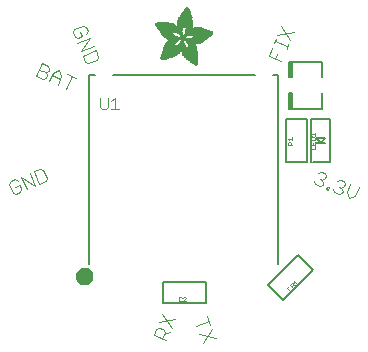
<source format=gbr>
G04 EAGLE Gerber RS-274X export*
G75*
%MOMM*%
%FSLAX34Y34*%
%LPD*%
%INSilkscreen Top*%
%IPPOS*%
%AMOC8*
5,1,8,0,0,1.08239X$1,22.5*%
G01*
%ADD10C,0.101600*%
%ADD11C,0.127000*%
%ADD12C,0.812800*%
%ADD13C,0.076200*%
%ADD14C,0.025400*%
%ADD15R,0.068600X0.007600*%
%ADD16R,0.114300X0.007600*%
%ADD17R,0.152400X0.007700*%
%ADD18R,0.182900X0.007600*%
%ADD19R,0.205700X0.007600*%
%ADD20R,0.228600X0.007600*%
%ADD21R,0.259100X0.007600*%
%ADD22R,0.274300X0.007700*%
%ADD23R,0.289500X0.007600*%
%ADD24R,0.304800X0.007600*%
%ADD25R,0.320100X0.007600*%
%ADD26R,0.342900X0.007600*%
%ADD27R,0.350500X0.007700*%
%ADD28R,0.365800X0.007600*%
%ADD29R,0.381000X0.007600*%
%ADD30R,0.388600X0.007600*%
%ADD31R,0.403800X0.007600*%
%ADD32R,0.419100X0.007700*%
%ADD33R,0.426700X0.007600*%
%ADD34R,0.441900X0.007600*%
%ADD35R,0.449600X0.007600*%
%ADD36R,0.464800X0.007600*%
%ADD37R,0.480000X0.007700*%
%ADD38R,0.487600X0.007600*%
%ADD39R,0.495300X0.007600*%
%ADD40R,0.510500X0.007600*%
%ADD41R,0.518100X0.007600*%
%ADD42R,0.525700X0.007700*%
%ADD43R,0.541000X0.007600*%
%ADD44R,0.548600X0.007600*%
%ADD45R,0.563800X0.007600*%
%ADD46R,0.571500X0.007600*%
%ADD47R,0.579100X0.007700*%
%ADD48R,0.594300X0.007600*%
%ADD49R,0.601900X0.007600*%
%ADD50R,0.609600X0.007600*%
%ADD51R,0.624800X0.007600*%
%ADD52R,0.632400X0.007700*%
%ADD53R,0.640000X0.007600*%
%ADD54R,0.655300X0.007600*%
%ADD55R,0.662900X0.007600*%
%ADD56R,0.678100X0.007600*%
%ADD57R,0.685800X0.007700*%
%ADD58R,0.693400X0.007600*%
%ADD59R,0.708600X0.007600*%
%ADD60R,0.716200X0.007600*%
%ADD61R,0.723900X0.007600*%
%ADD62R,0.739100X0.007700*%
%ADD63R,0.746700X0.007600*%
%ADD64R,0.754300X0.007600*%
%ADD65R,0.769600X0.007600*%
%ADD66R,0.777200X0.007600*%
%ADD67R,0.792400X0.007700*%
%ADD68R,0.800100X0.007600*%
%ADD69R,0.807700X0.007600*%
%ADD70R,0.822900X0.007600*%
%ADD71R,0.830500X0.007600*%
%ADD72R,0.838200X0.007700*%
%ADD73R,0.091500X0.007600*%
%ADD74R,0.853400X0.007600*%
%ADD75R,0.144700X0.007600*%
%ADD76R,0.861000X0.007600*%
%ADD77R,0.190500X0.007600*%
%ADD78R,0.876300X0.007600*%
%ADD79R,0.221000X0.007600*%
%ADD80R,0.883900X0.007600*%
%ADD81R,0.259000X0.007700*%
%ADD82R,0.891500X0.007700*%
%ADD83R,0.289600X0.007600*%
%ADD84R,0.906700X0.007600*%
%ADD85R,0.914400X0.007600*%
%ADD86R,0.350500X0.007600*%
%ADD87R,0.922000X0.007600*%
%ADD88R,0.937200X0.007600*%
%ADD89R,0.411400X0.007700*%
%ADD90R,0.944800X0.007700*%
%ADD91R,0.434300X0.007600*%
%ADD92R,0.952500X0.007600*%
%ADD93R,0.464900X0.007600*%
%ADD94R,0.967700X0.007600*%
%ADD95R,0.975300X0.007600*%
%ADD96R,0.518200X0.007600*%
%ADD97R,0.990600X0.007600*%
%ADD98R,0.548600X0.007700*%
%ADD99R,0.998200X0.007700*%
%ADD100R,1.005800X0.007600*%
%ADD101R,0.594400X0.007600*%
%ADD102R,1.021000X0.007600*%
%ADD103R,0.617200X0.007600*%
%ADD104R,1.028700X0.007600*%
%ADD105R,0.647700X0.007600*%
%ADD106R,1.036300X0.007600*%
%ADD107R,0.670500X0.007700*%
%ADD108R,1.051500X0.007700*%
%ADD109R,1.059100X0.007600*%
%ADD110R,0.716300X0.007600*%
%ADD111R,1.066800X0.007600*%
%ADD112R,0.739100X0.007600*%
%ADD113R,1.074400X0.007600*%
%ADD114R,0.762000X0.007600*%
%ADD115R,1.089600X0.007600*%
%ADD116R,0.784800X0.007700*%
%ADD117R,1.097200X0.007700*%
%ADD118R,1.104900X0.007600*%
%ADD119R,0.830600X0.007600*%
%ADD120R,1.112500X0.007600*%
%ADD121R,0.845800X0.007600*%
%ADD122R,1.120100X0.007600*%
%ADD123R,0.868700X0.007600*%
%ADD124R,1.127700X0.007600*%
%ADD125R,1.135300X0.007700*%
%ADD126R,1.143000X0.007600*%
%ADD127R,0.944900X0.007600*%
%ADD128R,1.150600X0.007600*%
%ADD129R,0.960100X0.007600*%
%ADD130R,1.158200X0.007600*%
%ADD131R,0.983000X0.007600*%
%ADD132R,1.165800X0.007600*%
%ADD133R,1.005900X0.007700*%
%ADD134R,1.173400X0.007700*%
%ADD135R,1.021100X0.007600*%
%ADD136R,1.181100X0.007600*%
%ADD137R,1.044000X0.007600*%
%ADD138R,1.188700X0.007600*%
%ADD139R,1.196300X0.007600*%
%ADD140R,1.082000X0.007600*%
%ADD141R,1.203900X0.007600*%
%ADD142R,1.104900X0.007700*%
%ADD143R,1.211500X0.007700*%
%ADD144R,1.211500X0.007600*%
%ADD145R,1.219200X0.007600*%
%ADD146R,1.226800X0.007600*%
%ADD147R,1.234400X0.007600*%
%ADD148R,1.188700X0.007700*%
%ADD149R,1.242000X0.007700*%
%ADD150R,1.242000X0.007600*%
%ADD151R,1.211600X0.007600*%
%ADD152R,1.249600X0.007600*%
%ADD153R,1.257300X0.007600*%
%ADD154R,1.264900X0.007600*%
%ADD155R,1.242100X0.007700*%
%ADD156R,1.264900X0.007700*%
%ADD157R,1.272500X0.007600*%
%ADD158R,1.265000X0.007600*%
%ADD159R,1.280100X0.007600*%
%ADD160R,1.272600X0.007600*%
%ADD161R,1.287700X0.007600*%
%ADD162R,1.287800X0.007600*%
%ADD163R,1.295400X0.007700*%
%ADD164R,1.303000X0.007600*%
%ADD165R,1.318200X0.007600*%
%ADD166R,1.310600X0.007600*%
%ADD167R,1.325900X0.007600*%
%ADD168R,1.341100X0.007700*%
%ADD169R,1.318200X0.007700*%
%ADD170R,1.341100X0.007600*%
%ADD171R,1.325800X0.007600*%
%ADD172R,1.348700X0.007600*%
%ADD173R,1.364000X0.007600*%
%ADD174R,1.333500X0.007600*%
%ADD175R,1.371600X0.007700*%
%ADD176R,1.379200X0.007600*%
%ADD177R,1.379300X0.007600*%
%ADD178R,1.386900X0.007600*%
%ADD179R,1.394500X0.007600*%
%ADD180R,1.356300X0.007600*%
%ADD181R,1.394400X0.007700*%
%ADD182R,1.356300X0.007700*%
%ADD183R,1.402000X0.007600*%
%ADD184R,1.409700X0.007600*%
%ADD185R,1.363900X0.007600*%
%ADD186R,1.417300X0.007600*%
%ADD187R,1.371600X0.007600*%
%ADD188R,1.424900X0.007700*%
%ADD189R,1.424900X0.007600*%
%ADD190R,1.432600X0.007600*%
%ADD191R,1.440200X0.007600*%
%ADD192R,1.386800X0.007600*%
%ADD193R,1.447800X0.007700*%
%ADD194R,1.386800X0.007700*%
%ADD195R,1.447800X0.007600*%
%ADD196R,1.455500X0.007600*%
%ADD197R,1.394400X0.007600*%
%ADD198R,1.463100X0.007600*%
%ADD199R,1.455400X0.007700*%
%ADD200R,1.463000X0.007600*%
%ADD201R,1.470600X0.007600*%
%ADD202R,1.470600X0.007700*%
%ADD203R,1.409700X0.007700*%
%ADD204R,1.470700X0.007600*%
%ADD205R,1.402100X0.007600*%
%ADD206R,1.478300X0.007600*%
%ADD207R,1.478300X0.007700*%
%ADD208R,1.402100X0.007700*%
%ADD209R,1.485900X0.007600*%
%ADD210R,1.485900X0.007700*%
%ADD211R,1.493500X0.007700*%
%ADD212R,1.493500X0.007600*%
%ADD213R,1.394500X0.007700*%
%ADD214R,1.493600X0.007700*%
%ADD215R,1.386900X0.007700*%
%ADD216R,1.379200X0.007700*%
%ADD217R,2.857500X0.007700*%
%ADD218R,2.857500X0.007600*%
%ADD219R,2.849900X0.007600*%
%ADD220R,2.842300X0.007600*%
%ADD221R,2.834700X0.007700*%
%ADD222R,2.827000X0.007600*%
%ADD223R,2.819400X0.007600*%
%ADD224R,2.811800X0.007600*%
%ADD225R,2.811800X0.007700*%
%ADD226R,2.804100X0.007600*%
%ADD227R,2.796500X0.007600*%
%ADD228R,1.966000X0.007600*%
%ADD229R,1.943100X0.007600*%
%ADD230R,0.754400X0.007600*%
%ADD231R,1.927900X0.007700*%
%ADD232R,0.746700X0.007700*%
%ADD233R,1.912600X0.007600*%
%ADD234R,0.731500X0.007600*%
%ADD235R,1.905000X0.007600*%
%ADD236R,1.882200X0.007600*%
%ADD237R,1.874600X0.007600*%
%ADD238R,1.866900X0.007700*%
%ADD239R,0.708700X0.007700*%
%ADD240R,1.851600X0.007600*%
%ADD241R,0.701100X0.007600*%
%ADD242R,1.844000X0.007600*%
%ADD243R,1.836400X0.007600*%
%ADD244R,1.821200X0.007600*%
%ADD245R,0.685800X0.007600*%
%ADD246R,1.813500X0.007700*%
%ADD247R,1.805900X0.007600*%
%ADD248R,0.678200X0.007600*%
%ADD249R,1.790700X0.007600*%
%ADD250R,0.670600X0.007600*%
%ADD251R,1.775500X0.007600*%
%ADD252R,1.767900X0.007700*%
%ADD253R,0.663000X0.007700*%
%ADD254R,1.760200X0.007600*%
%ADD255R,1.752600X0.007600*%
%ADD256R,0.937300X0.007600*%
%ADD257R,0.792500X0.007600*%
%ADD258R,0.899100X0.007600*%
%ADD259R,0.883900X0.007700*%
%ADD260R,0.716300X0.007700*%
%ADD261R,0.647700X0.007700*%
%ADD262R,0.640100X0.007600*%
%ADD263R,0.632500X0.007600*%
%ADD264R,0.655400X0.007600*%
%ADD265R,0.632400X0.007600*%
%ADD266R,0.845800X0.007700*%
%ADD267R,0.617200X0.007700*%
%ADD268R,0.624800X0.007700*%
%ADD269R,0.602000X0.007600*%
%ADD270R,0.838200X0.007600*%
%ADD271R,0.586700X0.007600*%
%ADD272R,0.548700X0.007600*%
%ADD273R,0.830500X0.007700*%
%ADD274R,0.541000X0.007700*%
%ADD275R,0.594300X0.007700*%
%ADD276R,0.525800X0.007600*%
%ADD277R,0.586800X0.007600*%
%ADD278R,0.815300X0.007600*%
%ADD279R,0.579200X0.007600*%
%ADD280R,0.815400X0.007600*%
%ADD281R,0.815400X0.007700*%
%ADD282R,0.571500X0.007700*%
%ADD283R,0.807800X0.007600*%
%ADD284R,0.563900X0.007600*%
%ADD285R,0.457200X0.007600*%
%ADD286R,0.442000X0.007600*%
%ADD287R,0.556300X0.007600*%
%ADD288R,0.807700X0.007700*%
%ADD289R,0.411500X0.007600*%
%ADD290R,0.533400X0.007600*%
%ADD291R,0.076200X0.007600*%
%ADD292R,0.403900X0.007600*%
%ADD293R,0.525700X0.007600*%
%ADD294R,0.388700X0.007600*%
%ADD295R,0.297200X0.007600*%
%ADD296R,0.373400X0.007700*%
%ADD297R,0.503000X0.007700*%
%ADD298R,0.426800X0.007700*%
%ADD299R,0.358100X0.007600*%
%ADD300R,0.502900X0.007600*%
%ADD301R,0.472400X0.007600*%
%ADD302R,0.487700X0.007600*%
%ADD303R,0.335300X0.007600*%
%ADD304R,0.792500X0.007700*%
%ADD305R,0.327600X0.007700*%
%ADD306R,0.472400X0.007700*%
%ADD307R,0.640000X0.007700*%
%ADD308R,0.784800X0.007600*%
%ADD309R,0.320000X0.007600*%
%ADD310R,0.792400X0.007600*%
%ADD311R,1.173400X0.007600*%
%ADD312R,1.196400X0.007600*%
%ADD313R,0.784900X0.007600*%
%ADD314R,0.784900X0.007700*%
%ADD315R,0.297200X0.007700*%
%ADD316R,1.249700X0.007600*%
%ADD317R,0.281900X0.007600*%
%ADD318R,1.295400X0.007600*%
%ADD319R,0.266700X0.007600*%
%ADD320R,0.777300X0.007700*%
%ADD321R,0.266700X0.007700*%
%ADD322R,1.333500X0.007700*%
%ADD323R,0.777300X0.007600*%
%ADD324R,1.348800X0.007600*%
%ADD325R,0.251500X0.007600*%
%ADD326R,0.243900X0.007700*%
%ADD327R,0.243900X0.007600*%
%ADD328R,1.440100X0.007600*%
%ADD329R,0.236200X0.007600*%
%ADD330R,0.762000X0.007700*%
%ADD331R,0.236200X0.007700*%
%ADD332R,1.508700X0.007700*%
%ADD333R,1.531600X0.007600*%
%ADD334R,1.546900X0.007600*%
%ADD335R,1.569700X0.007600*%
%ADD336R,1.585000X0.007600*%
%ADD337R,0.746800X0.007700*%
%ADD338R,1.607800X0.007700*%
%ADD339R,0.243800X0.007600*%
%ADD340R,1.630700X0.007600*%
%ADD341R,1.653500X0.007600*%
%ADD342R,0.739200X0.007600*%
%ADD343R,1.684000X0.007600*%
%ADD344R,2.019300X0.007600*%
%ADD345R,0.731500X0.007700*%
%ADD346R,2.026900X0.007700*%
%ADD347R,2.049800X0.007600*%
%ADD348R,2.057400X0.007600*%
%ADD349R,0.708700X0.007600*%
%ADD350R,2.072600X0.007600*%
%ADD351R,0.701000X0.007600*%
%ADD352R,2.095500X0.007600*%
%ADD353R,0.693500X0.007700*%
%ADD354R,2.110800X0.007700*%
%ADD355R,2.141200X0.007600*%
%ADD356R,0.060900X0.007600*%
%ADD357R,2.872700X0.007600*%
%ADD358R,3.124200X0.007600*%
%ADD359R,3.177600X0.007600*%
%ADD360R,3.215600X0.007700*%
%ADD361R,3.253700X0.007600*%
%ADD362R,3.284300X0.007600*%
%ADD363R,3.314700X0.007600*%
%ADD364R,3.352800X0.007600*%
%ADD365R,3.375600X0.007700*%
%ADD366R,3.406200X0.007600*%
%ADD367R,3.429000X0.007600*%
%ADD368R,3.451800X0.007600*%
%ADD369R,3.482400X0.007600*%
%ADD370R,1.828800X0.007700*%
%ADD371R,1.539300X0.007700*%
%ADD372R,1.767900X0.007600*%
%ADD373R,1.767800X0.007600*%
%ADD374R,1.760200X0.007700*%
%ADD375R,1.760300X0.007600*%
%ADD376R,1.775400X0.007700*%
%ADD377R,1.379300X0.007700*%
%ADD378R,1.783000X0.007600*%
%ADD379R,1.813500X0.007600*%
%ADD380R,1.821100X0.007700*%
%ADD381R,0.503000X0.007600*%
%ADD382R,1.135400X0.007600*%
%ADD383R,1.127700X0.007700*%
%ADD384R,0.487700X0.007700*%
%ADD385R,1.120200X0.007600*%
%ADD386R,1.097300X0.007600*%
%ADD387R,0.510600X0.007600*%
%ADD388R,1.074400X0.007700*%
%ADD389R,0.525800X0.007700*%
%ADD390R,1.440200X0.007700*%
%ADD391R,1.059200X0.007600*%
%ADD392R,1.051600X0.007600*%
%ADD393R,1.051500X0.007600*%
%ADD394R,1.043900X0.007700*%
%ADD395R,0.602000X0.007700*%
%ADD396R,1.524000X0.007600*%
%ADD397R,1.539300X0.007600*%
%ADD398R,1.592600X0.007600*%
%ADD399R,1.021100X0.007700*%
%ADD400R,1.615400X0.007700*%
%ADD401R,1.013400X0.007600*%
%ADD402R,1.653600X0.007600*%
%ADD403R,1.013500X0.007600*%
%ADD404R,1.699300X0.007600*%
%ADD405R,2.743200X0.007600*%
%ADD406R,1.005900X0.007600*%
%ADD407R,2.415500X0.007600*%
%ADD408R,1.005800X0.007700*%
%ADD409R,0.281900X0.007700*%
%ADD410R,2.408000X0.007700*%
%ADD411R,2.407900X0.007600*%
%ADD412R,0.998200X0.007600*%
%ADD413R,0.282000X0.007600*%
%ADD414R,0.998300X0.007600*%
%ADD415R,2.400300X0.007600*%
%ADD416R,0.289500X0.007700*%
%ADD417R,2.400300X0.007700*%
%ADD418R,0.297100X0.007600*%
%ADD419R,0.312400X0.007600*%
%ADD420R,2.392700X0.007600*%
%ADD421R,0.990600X0.007700*%
%ADD422R,0.327700X0.007700*%
%ADD423R,2.392700X0.007700*%
%ADD424R,2.385100X0.007600*%
%ADD425R,0.381000X0.007700*%
%ADD426R,2.377400X0.007700*%
%ADD427R,2.377400X0.007600*%
%ADD428R,2.369800X0.007600*%
%ADD429R,0.419100X0.007600*%
%ADD430R,2.362200X0.007600*%
%ADD431R,0.426800X0.007600*%
%ADD432R,1.036300X0.007700*%
%ADD433R,0.442000X0.007700*%
%ADD434R,2.354600X0.007700*%
%ADD435R,2.354600X0.007600*%
%ADD436R,0.480100X0.007600*%
%ADD437R,2.347000X0.007600*%
%ADD438R,1.074500X0.007600*%
%ADD439R,2.339400X0.007600*%
%ADD440R,1.082100X0.007700*%
%ADD441R,0.548700X0.007700*%
%ADD442R,2.331800X0.007700*%
%ADD443R,2.331800X0.007600*%
%ADD444R,0.624900X0.007600*%
%ADD445R,2.324100X0.007600*%
%ADD446R,1.859300X0.007600*%
%ADD447R,2.308800X0.007600*%
%ADD448R,2.301200X0.007700*%
%ADD449R,2.301200X0.007600*%
%ADD450R,2.293600X0.007600*%
%ADD451R,2.278400X0.007600*%
%ADD452R,1.889800X0.007600*%
%ADD453R,2.270700X0.007600*%
%ADD454R,1.897400X0.007700*%
%ADD455R,2.255500X0.007700*%
%ADD456R,1.897400X0.007600*%
%ADD457R,2.247900X0.007600*%
%ADD458R,2.232600X0.007600*%
%ADD459R,1.912700X0.007600*%
%ADD460R,2.209800X0.007600*%
%ADD461R,1.920300X0.007600*%
%ADD462R,2.186900X0.007600*%
%ADD463R,1.920300X0.007700*%
%ADD464R,2.171700X0.007700*%
%ADD465R,1.935500X0.007600*%
%ADD466R,2.148800X0.007600*%
%ADD467R,2.126000X0.007600*%
%ADD468R,1.950700X0.007600*%
%ADD469R,1.958400X0.007700*%
%ADD470R,2.042200X0.007700*%
%ADD471R,1.973600X0.007600*%
%ADD472R,1.996500X0.007600*%
%ADD473R,1.981200X0.007600*%
%ADD474R,1.988800X0.007600*%
%ADD475R,1.996400X0.007700*%
%ADD476R,1.996400X0.007600*%
%ADD477R,2.004100X0.007600*%
%ADD478R,1.874500X0.007600*%
%ADD479R,1.425000X0.007600*%
%ADD480R,2.026900X0.007600*%
%ADD481R,0.434400X0.007700*%
%ADD482R,1.364000X0.007700*%
%ADD483R,2.034500X0.007600*%
%ADD484R,0.434400X0.007600*%
%ADD485R,2.049700X0.007600*%
%ADD486R,2.065000X0.007700*%
%ADD487R,0.464800X0.007700*%
%ADD488R,1.196300X0.007700*%
%ADD489R,2.080300X0.007600*%
%ADD490R,1.158300X0.007600*%
%ADD491R,2.087900X0.007600*%
%ADD492R,0.472500X0.007600*%
%ADD493R,2.103100X0.007600*%
%ADD494R,2.118400X0.007600*%
%ADD495R,2.133600X0.007600*%
%ADD496R,2.148800X0.007700*%
%ADD497R,2.164000X0.007600*%
%ADD498R,2.171700X0.007600*%
%ADD499R,2.187000X0.007600*%
%ADD500R,0.556200X0.007600*%
%ADD501R,2.202200X0.007700*%
%ADD502R,0.556200X0.007700*%
%ADD503R,0.640100X0.007700*%
%ADD504R,0.579100X0.007600*%
%ADD505R,0.480000X0.007600*%
%ADD506R,1.752600X0.007700*%
%ADD507R,0.487600X0.007700*%
%ADD508R,0.594400X0.007700*%
%ADD509R,0.358100X0.007700*%
%ADD510R,0.099000X0.007600*%
%ADD511R,1.280200X0.007600*%
%ADD512R,1.745000X0.007600*%
%ADD513R,1.744900X0.007600*%
%ADD514R,1.737300X0.007700*%
%ADD515R,1.737400X0.007600*%
%ADD516R,1.729800X0.007600*%
%ADD517R,1.722200X0.007600*%
%ADD518R,1.722100X0.007600*%
%ADD519R,1.714500X0.007700*%
%ADD520R,1.356400X0.007700*%
%ADD521R,1.706900X0.007600*%
%ADD522R,1.356400X0.007600*%
%ADD523R,1.691700X0.007600*%
%ADD524R,1.668800X0.007700*%
%ADD525R,1.645900X0.007600*%
%ADD526R,1.623100X0.007600*%
%ADD527R,1.577400X0.007600*%
%ADD528R,1.554400X0.007600*%
%ADD529R,1.539200X0.007600*%
%ADD530R,1.524000X0.007700*%
%ADD531R,1.501100X0.007600*%
%ADD532R,1.455400X0.007600*%
%ADD533R,1.348800X0.007700*%
%ADD534R,1.318300X0.007600*%
%ADD535R,1.310600X0.007700*%
%ADD536R,1.287800X0.007700*%
%ADD537R,1.234500X0.007600*%
%ADD538R,1.226900X0.007600*%
%ADD539R,1.173500X0.007700*%
%ADD540R,1.173500X0.007600*%
%ADD541R,1.165900X0.007600*%
%ADD542R,1.143000X0.007700*%
%ADD543R,1.127800X0.007600*%
%ADD544R,1.097200X0.007600*%
%ADD545R,1.028700X0.007700*%
%ADD546R,0.982900X0.007600*%
%ADD547R,0.952500X0.007700*%
%ADD548R,0.929600X0.007600*%
%ADD549R,0.906800X0.007700*%
%ADD550R,0.906800X0.007600*%
%ADD551R,0.899200X0.007600*%
%ADD552R,0.884000X0.007600*%
%ADD553R,0.876300X0.007700*%
%ADD554R,0.830600X0.007700*%
%ADD555R,0.754400X0.007700*%
%ADD556R,0.746800X0.007600*%
%ADD557R,0.708600X0.007700*%
%ADD558R,0.678200X0.007700*%
%ADD559R,0.663000X0.007600*%
%ADD560R,0.632500X0.007700*%
%ADD561R,0.556300X0.007700*%
%ADD562R,0.518200X0.007700*%
%ADD563R,0.434300X0.007700*%
%ADD564R,0.396300X0.007700*%
%ADD565R,0.373300X0.007600*%
%ADD566R,0.365700X0.007600*%
%ADD567R,0.327700X0.007600*%
%ADD568R,0.304800X0.007700*%
%ADD569R,0.274300X0.007600*%
%ADD570R,0.243800X0.007700*%
%ADD571R,0.205800X0.007600*%
%ADD572R,0.152400X0.007600*%
%ADD573R,0.121900X0.007700*%


D10*
X113158Y-3090D02*
X115704Y-2035D01*
X119306Y-3527D01*
X120360Y-6074D01*
X119615Y-7874D01*
X117068Y-8929D01*
X115268Y-8183D01*
X117068Y-8929D02*
X118123Y-11476D01*
X117377Y-13276D01*
X114831Y-14331D01*
X111229Y-12839D01*
X110175Y-10293D01*
X120978Y-14768D02*
X120233Y-16569D01*
X120978Y-14768D02*
X122779Y-15514D01*
X122033Y-17314D01*
X120233Y-16569D01*
X129364Y-9803D02*
X131910Y-8748D01*
X135511Y-10240D01*
X136566Y-12786D01*
X135820Y-14587D01*
X133274Y-15642D01*
X131473Y-14896D01*
X133274Y-15642D02*
X134329Y-18188D01*
X133583Y-19989D01*
X131036Y-21044D01*
X127435Y-19552D01*
X126380Y-17005D01*
X137930Y-19680D02*
X140913Y-12477D01*
X137930Y-19680D02*
X140039Y-24773D01*
X145132Y-22663D01*
X148116Y-15461D01*
X-140626Y-9638D02*
X-143173Y-8583D01*
X-146774Y-10075D01*
X-147829Y-12621D01*
X-144846Y-19824D01*
X-142299Y-20878D01*
X-138698Y-19387D01*
X-137643Y-16840D01*
X-139135Y-13239D01*
X-142736Y-14731D01*
X-133296Y-17149D02*
X-137771Y-6345D01*
X-126093Y-14166D01*
X-130568Y-3362D01*
X-126967Y-1870D02*
X-122492Y-12674D01*
X-117090Y-10436D01*
X-116035Y-7890D01*
X-119019Y-687D01*
X-121565Y367D01*
X-126967Y-1870D01*
X-124878Y78725D02*
X-120403Y89529D01*
X-115001Y87291D01*
X-113946Y84745D01*
X-114692Y82944D01*
X-117239Y81889D01*
X-116184Y79343D01*
X-116930Y77542D01*
X-119476Y76487D01*
X-124878Y78725D01*
X-122641Y84127D02*
X-117239Y81889D01*
X-111091Y81452D02*
X-114074Y74250D01*
X-111091Y81452D02*
X-105998Y83562D01*
X-103888Y78469D01*
X-106872Y71266D01*
X-104634Y76668D02*
X-111837Y79652D01*
X-99669Y68283D02*
X-95194Y79087D01*
X-98795Y80579D02*
X-91593Y77595D01*
X-25731Y-140530D02*
X-14927Y-145005D01*
X-25731Y-140530D02*
X-23493Y-135128D01*
X-20947Y-134073D01*
X-17345Y-135565D01*
X-16291Y-138111D01*
X-18528Y-143513D01*
X-17036Y-139912D02*
X-11943Y-137802D01*
X-7468Y-126998D02*
X-21256Y-129726D01*
X-18272Y-122523D02*
X-10452Y-134201D01*
X10083Y-132779D02*
X20887Y-128303D01*
X19395Y-124702D02*
X22379Y-131905D01*
X23870Y-135506D02*
X16050Y-147184D01*
X13067Y-139981D02*
X26854Y-142709D01*
X82385Y91317D02*
X71581Y95792D01*
X74565Y102995D01*
X78475Y97156D02*
X76983Y93555D01*
X86860Y102121D02*
X88352Y105722D01*
X87606Y103921D02*
X76802Y108397D01*
X77548Y110197D02*
X76056Y106596D01*
X79040Y113798D02*
X92827Y116526D01*
X89843Y109323D02*
X82023Y121001D01*
X-81596Y116721D02*
X-82651Y114174D01*
X-81596Y116721D02*
X-83088Y120322D01*
X-85634Y121377D01*
X-92837Y118394D01*
X-93892Y115847D01*
X-92400Y112246D01*
X-89853Y111191D01*
X-86252Y112683D01*
X-87744Y116284D01*
X-90162Y106844D02*
X-79359Y111319D01*
X-87179Y99641D01*
X-76375Y104116D01*
X-74883Y100515D02*
X-85687Y96040D01*
X-83450Y90638D01*
X-80903Y89583D01*
X-73701Y92567D01*
X-72646Y95113D01*
X-74883Y100515D01*
D11*
X-80000Y80000D02*
X-80000Y-80000D01*
X80000Y-80000D02*
X80000Y80000D01*
X60000Y80000D02*
X-60000Y80000D01*
X75000Y80000D02*
X80000Y80000D01*
X-75000Y80000D02*
X-80000Y80000D01*
D12*
X-87162Y-91000D02*
X-87160Y-90888D01*
X-87154Y-90776D01*
X-87144Y-90664D01*
X-87130Y-90553D01*
X-87112Y-90442D01*
X-87091Y-90332D01*
X-87065Y-90222D01*
X-87035Y-90114D01*
X-87002Y-90007D01*
X-86965Y-89901D01*
X-86924Y-89796D01*
X-86879Y-89693D01*
X-86831Y-89592D01*
X-86779Y-89492D01*
X-86724Y-89395D01*
X-86666Y-89299D01*
X-86604Y-89206D01*
X-86538Y-89114D01*
X-86470Y-89025D01*
X-86398Y-88939D01*
X-86323Y-88855D01*
X-86246Y-88774D01*
X-86165Y-88696D01*
X-86082Y-88620D01*
X-85996Y-88548D01*
X-85908Y-88479D01*
X-85817Y-88413D01*
X-85725Y-88350D01*
X-85629Y-88290D01*
X-85532Y-88234D01*
X-85433Y-88181D01*
X-85332Y-88132D01*
X-85229Y-88087D01*
X-85125Y-88045D01*
X-85020Y-88007D01*
X-84913Y-87973D01*
X-84805Y-87942D01*
X-84696Y-87916D01*
X-84586Y-87893D01*
X-84475Y-87874D01*
X-84364Y-87859D01*
X-84252Y-87848D01*
X-84140Y-87841D01*
X-84028Y-87838D01*
X-83916Y-87839D01*
X-83804Y-87844D01*
X-83692Y-87853D01*
X-83580Y-87866D01*
X-83469Y-87883D01*
X-83359Y-87904D01*
X-83250Y-87928D01*
X-83141Y-87957D01*
X-83034Y-87989D01*
X-82927Y-88026D01*
X-82822Y-88065D01*
X-82719Y-88109D01*
X-82617Y-88156D01*
X-82517Y-88207D01*
X-82419Y-88262D01*
X-82323Y-88319D01*
X-82229Y-88381D01*
X-82137Y-88445D01*
X-82047Y-88513D01*
X-81960Y-88584D01*
X-81876Y-88658D01*
X-81794Y-88735D01*
X-81715Y-88814D01*
X-81639Y-88897D01*
X-81566Y-88982D01*
X-81496Y-89070D01*
X-81429Y-89160D01*
X-81365Y-89252D01*
X-81305Y-89347D01*
X-81248Y-89443D01*
X-81194Y-89542D01*
X-81144Y-89643D01*
X-81098Y-89745D01*
X-81055Y-89849D01*
X-81016Y-89954D01*
X-80981Y-90060D01*
X-80949Y-90168D01*
X-80922Y-90277D01*
X-80898Y-90387D01*
X-80878Y-90497D01*
X-80862Y-90608D01*
X-80850Y-90720D01*
X-80842Y-90832D01*
X-80838Y-90944D01*
X-80838Y-91056D01*
X-80842Y-91168D01*
X-80850Y-91280D01*
X-80862Y-91392D01*
X-80878Y-91503D01*
X-80898Y-91613D01*
X-80922Y-91723D01*
X-80949Y-91832D01*
X-80981Y-91940D01*
X-81016Y-92046D01*
X-81055Y-92151D01*
X-81098Y-92255D01*
X-81144Y-92357D01*
X-81194Y-92458D01*
X-81248Y-92557D01*
X-81305Y-92653D01*
X-81365Y-92748D01*
X-81429Y-92840D01*
X-81496Y-92930D01*
X-81566Y-93018D01*
X-81639Y-93103D01*
X-81715Y-93186D01*
X-81794Y-93265D01*
X-81876Y-93342D01*
X-81960Y-93416D01*
X-82047Y-93487D01*
X-82137Y-93555D01*
X-82229Y-93619D01*
X-82323Y-93681D01*
X-82419Y-93738D01*
X-82517Y-93793D01*
X-82617Y-93844D01*
X-82719Y-93891D01*
X-82822Y-93935D01*
X-82927Y-93974D01*
X-83034Y-94011D01*
X-83141Y-94043D01*
X-83250Y-94072D01*
X-83359Y-94096D01*
X-83469Y-94117D01*
X-83580Y-94134D01*
X-83692Y-94147D01*
X-83804Y-94156D01*
X-83916Y-94161D01*
X-84028Y-94162D01*
X-84140Y-94159D01*
X-84252Y-94152D01*
X-84364Y-94141D01*
X-84475Y-94126D01*
X-84586Y-94107D01*
X-84696Y-94084D01*
X-84805Y-94058D01*
X-84913Y-94027D01*
X-85020Y-93993D01*
X-85125Y-93955D01*
X-85229Y-93913D01*
X-85332Y-93868D01*
X-85433Y-93819D01*
X-85532Y-93766D01*
X-85629Y-93710D01*
X-85725Y-93650D01*
X-85817Y-93587D01*
X-85908Y-93521D01*
X-85996Y-93452D01*
X-86082Y-93380D01*
X-86165Y-93304D01*
X-86246Y-93226D01*
X-86323Y-93145D01*
X-86398Y-93061D01*
X-86470Y-92975D01*
X-86538Y-92886D01*
X-86604Y-92794D01*
X-86666Y-92701D01*
X-86724Y-92605D01*
X-86779Y-92508D01*
X-86831Y-92408D01*
X-86879Y-92307D01*
X-86924Y-92204D01*
X-86965Y-92099D01*
X-87002Y-91993D01*
X-87035Y-91886D01*
X-87065Y-91778D01*
X-87091Y-91668D01*
X-87112Y-91558D01*
X-87130Y-91447D01*
X-87144Y-91336D01*
X-87154Y-91224D01*
X-87160Y-91112D01*
X-87162Y-91000D01*
D13*
X-70729Y52659D02*
X-70729Y60497D01*
X-70729Y52659D02*
X-69161Y51091D01*
X-66026Y51091D01*
X-64458Y52659D01*
X-64458Y60497D01*
X-61374Y57362D02*
X-58238Y60497D01*
X-58238Y51091D01*
X-55103Y51091D02*
X-61374Y51091D01*
D11*
X115810Y22130D02*
X119810Y22130D01*
X115810Y22130D02*
X111810Y22130D01*
X115810Y22130D02*
X119810Y26130D01*
X111810Y26130D01*
X115810Y22130D01*
X107810Y42115D02*
X123810Y42115D01*
X123810Y6145D01*
X108840Y6145D01*
X108810Y6145D02*
X107810Y6145D01*
X107810Y42115D01*
D14*
X107044Y16909D02*
X110857Y16909D01*
X110857Y19451D01*
X107044Y20651D02*
X107044Y23193D01*
X107044Y20651D02*
X110857Y20651D01*
X110857Y23193D01*
X108950Y21922D02*
X108950Y20651D01*
X107044Y24393D02*
X110857Y24393D01*
X110857Y26299D01*
X110221Y26935D01*
X107679Y26935D01*
X107044Y26299D01*
X107044Y24393D01*
X108315Y28135D02*
X107044Y29406D01*
X110857Y29406D01*
X110857Y28135D02*
X110857Y30677D01*
D11*
X104490Y6130D02*
X86490Y6130D01*
X86490Y42130D01*
X104490Y42130D01*
X104490Y6130D01*
D14*
X91807Y20583D02*
X87994Y20583D01*
X87994Y22489D01*
X88629Y23125D01*
X89900Y23125D01*
X90536Y22489D01*
X90536Y20583D01*
X90536Y21854D02*
X91807Y23125D01*
X89265Y24325D02*
X87994Y25596D01*
X91807Y25596D01*
X91807Y24325D02*
X91807Y26867D01*
D11*
X-17760Y-95140D02*
X-17760Y-113140D01*
X-17760Y-95140D02*
X18240Y-95140D01*
X18240Y-113140D01*
X-17760Y-113140D01*
D14*
X-2671Y-108074D02*
X-2035Y-108709D01*
X-2671Y-108074D02*
X-3942Y-108074D01*
X-4577Y-108709D01*
X-4577Y-111251D01*
X-3942Y-111887D01*
X-2671Y-111887D01*
X-2035Y-111251D01*
X-835Y-111887D02*
X1707Y-111887D01*
X-835Y-111887D02*
X1707Y-109345D01*
X1707Y-108709D01*
X1072Y-108074D01*
X-200Y-108074D01*
X-835Y-108709D01*
D11*
X71338Y-98160D02*
X84066Y-110888D01*
X71338Y-98160D02*
X96794Y-72704D01*
X109522Y-85432D01*
X84066Y-110888D01*
D14*
X89856Y-103327D02*
X87159Y-100630D01*
X88957Y-98833D01*
X89406Y-101080D02*
X88507Y-101978D01*
X89805Y-97984D02*
X92502Y-100680D01*
X89805Y-97984D02*
X91153Y-96636D01*
X92052Y-96636D01*
X92502Y-97085D01*
X92502Y-97984D01*
X93400Y-97984D01*
X93850Y-98434D01*
X93850Y-99332D01*
X92502Y-100680D01*
X91153Y-99332D02*
X92502Y-97984D01*
X93350Y-96237D02*
X93350Y-94439D01*
X96046Y-97136D01*
X95148Y-98034D02*
X96945Y-96237D01*
D11*
X91140Y51120D02*
X91140Y64120D01*
X91140Y51120D02*
X117140Y51120D01*
X117140Y91120D02*
X91140Y91120D01*
X91140Y78120D01*
X117140Y64120D02*
X117140Y51120D01*
X117140Y78120D02*
X117140Y91120D01*
X90140Y64120D02*
X90140Y51120D01*
X90140Y78120D02*
X90140Y91120D01*
X89140Y64120D02*
X89140Y51120D01*
X89140Y78120D02*
X89140Y91120D01*
X89140Y51120D02*
X91140Y51120D01*
X91140Y64120D02*
X89140Y64120D01*
X89140Y78120D02*
X91140Y78120D01*
X91140Y91120D02*
X89140Y91120D01*
D15*
X10008Y87630D03*
D16*
X10008Y87706D03*
D17*
X9970Y87783D03*
D18*
X9970Y87859D03*
D19*
X10008Y87935D03*
D20*
X9970Y88011D03*
D21*
X9970Y88087D03*
D22*
X9970Y88164D03*
D23*
X9970Y88240D03*
D24*
X9893Y88316D03*
D25*
X9894Y88392D03*
D26*
X9856Y88468D03*
D27*
X9818Y88545D03*
D28*
X9817Y88621D03*
D29*
X9741Y88697D03*
D30*
X9703Y88773D03*
D31*
X9703Y88849D03*
D32*
X9627Y88926D03*
D33*
X9589Y89002D03*
D34*
X9513Y89078D03*
D35*
X9474Y89154D03*
D36*
X9474Y89230D03*
D37*
X9398Y89307D03*
D38*
X9360Y89383D03*
D39*
X9322Y89459D03*
D40*
X9246Y89535D03*
D41*
X9208Y89611D03*
D42*
X9170Y89688D03*
D43*
X9093Y89764D03*
D44*
X9055Y89840D03*
D45*
X8979Y89916D03*
D46*
X8941Y89992D03*
D47*
X8903Y90069D03*
D48*
X8827Y90145D03*
D49*
X8789Y90221D03*
D50*
X8750Y90297D03*
D51*
X8674Y90373D03*
D52*
X8636Y90450D03*
D53*
X8598Y90526D03*
D54*
X8522Y90602D03*
D55*
X8484Y90678D03*
D56*
X8408Y90754D03*
D57*
X8369Y90831D03*
D58*
X8331Y90907D03*
D59*
X8255Y90983D03*
D60*
X8217Y91059D03*
D61*
X8179Y91135D03*
D62*
X8103Y91212D03*
D63*
X8065Y91288D03*
D64*
X8027Y91364D03*
D65*
X7950Y91440D03*
D66*
X7912Y91516D03*
D67*
X7836Y91593D03*
D68*
X7798Y91669D03*
D69*
X7760Y91745D03*
D70*
X7684Y91821D03*
D71*
X7646Y91897D03*
D72*
X7607Y91974D03*
D73*
X-17920Y92050D03*
D74*
X7531Y92050D03*
D75*
X-17882Y92126D03*
D76*
X7493Y92126D03*
D77*
X-17806Y92202D03*
D78*
X7417Y92202D03*
D79*
X-17729Y92278D03*
D80*
X7379Y92278D03*
D81*
X-17691Y92355D03*
D82*
X7341Y92355D03*
D83*
X-17615Y92431D03*
D84*
X7265Y92431D03*
D25*
X-17539Y92507D03*
D85*
X7226Y92507D03*
D86*
X-17463Y92583D03*
D87*
X7188Y92583D03*
D29*
X-17386Y92659D03*
D88*
X7112Y92659D03*
D89*
X-17310Y92736D03*
D90*
X7074Y92736D03*
D91*
X-17196Y92812D03*
D92*
X7036Y92812D03*
D93*
X-17120Y92888D03*
D94*
X6960Y92888D03*
D39*
X-17044Y92964D03*
D95*
X6922Y92964D03*
D96*
X-16929Y93040D03*
D97*
X6845Y93040D03*
D98*
X-16853Y93117D03*
D99*
X6807Y93117D03*
D46*
X-16739Y93193D03*
D100*
X6769Y93193D03*
D101*
X-16624Y93269D03*
D102*
X6693Y93269D03*
D103*
X-16510Y93345D03*
D104*
X6655Y93345D03*
D105*
X-16434Y93421D03*
D106*
X6617Y93421D03*
D107*
X-16320Y93498D03*
D108*
X6541Y93498D03*
D58*
X-16205Y93574D03*
D109*
X6503Y93574D03*
D110*
X-16091Y93650D03*
D111*
X6464Y93650D03*
D112*
X-15977Y93726D03*
D113*
X6426Y93726D03*
D114*
X-15862Y93802D03*
D115*
X6350Y93802D03*
D116*
X-15748Y93879D03*
D117*
X6312Y93879D03*
D69*
X-15634Y93955D03*
D118*
X6274Y93955D03*
D119*
X-15519Y94031D03*
D120*
X6236Y94031D03*
D121*
X-15367Y94107D03*
D122*
X6198Y94107D03*
D123*
X-15253Y94183D03*
D124*
X6160Y94183D03*
D82*
X-15139Y94260D03*
D125*
X6122Y94260D03*
D87*
X-14986Y94336D03*
D126*
X6083Y94336D03*
D127*
X-14872Y94412D03*
D128*
X6045Y94412D03*
D129*
X-14720Y94488D03*
D130*
X6007Y94488D03*
D131*
X-14605Y94564D03*
D132*
X5969Y94564D03*
D133*
X-14491Y94641D03*
D134*
X5931Y94641D03*
D135*
X-14339Y94717D03*
D136*
X5893Y94717D03*
D137*
X-14224Y94793D03*
D138*
X5855Y94793D03*
D111*
X-14110Y94869D03*
D139*
X5817Y94869D03*
D140*
X-13957Y94945D03*
D141*
X5779Y94945D03*
D142*
X-13843Y95022D03*
D143*
X5741Y95022D03*
D122*
X-13767Y95098D03*
D144*
X5741Y95098D03*
D126*
X-13652Y95174D03*
D145*
X5702Y95174D03*
D128*
X-13538Y95250D03*
D146*
X5664Y95250D03*
D132*
X-13462Y95326D03*
D147*
X5626Y95326D03*
D148*
X-13348Y95403D03*
D149*
X5588Y95403D03*
D139*
X-13234Y95479D03*
D150*
X5588Y95479D03*
D151*
X-13157Y95555D03*
D152*
X5550Y95555D03*
D146*
X-13081Y95631D03*
D153*
X5512Y95631D03*
D146*
X-13005Y95707D03*
D154*
X5474Y95707D03*
D155*
X-12929Y95784D03*
D156*
X5474Y95784D03*
D153*
X-12853Y95860D03*
D157*
X5436Y95860D03*
D158*
X-12738Y95936D03*
D159*
X5398Y95936D03*
D160*
X-12700Y96012D03*
D161*
X5360Y96012D03*
D162*
X-12624Y96088D03*
D161*
X5360Y96088D03*
D163*
X-12509Y96165D03*
X5321Y96165D03*
D164*
X-12471Y96241D03*
X5283Y96241D03*
D165*
X-12395Y96317D03*
D164*
X5283Y96317D03*
D165*
X-12319Y96393D03*
D166*
X5245Y96393D03*
D167*
X-12281Y96469D03*
D166*
X5245Y96469D03*
D168*
X-12205Y96546D03*
D169*
X5207Y96546D03*
D170*
X-12129Y96622D03*
D171*
X5169Y96622D03*
D172*
X-12091Y96698D03*
D171*
X5169Y96698D03*
D173*
X-12014Y96774D03*
D174*
X5131Y96774D03*
D173*
X-11938Y96850D03*
D174*
X5131Y96850D03*
D175*
X-11900Y96927D03*
D168*
X5093Y96927D03*
D176*
X-11862Y97003D03*
D170*
X5093Y97003D03*
D177*
X-11786Y97079D03*
D172*
X5055Y97079D03*
D178*
X-11748Y97155D03*
D172*
X5055Y97155D03*
D179*
X-11710Y97231D03*
D180*
X5017Y97231D03*
D181*
X-11633Y97308D03*
D182*
X5017Y97308D03*
D183*
X-11595Y97384D03*
D180*
X5017Y97384D03*
D184*
X-11557Y97460D03*
D185*
X4979Y97460D03*
D184*
X-11481Y97536D03*
D185*
X4979Y97536D03*
D186*
X-11443Y97612D03*
D187*
X4940Y97612D03*
D188*
X-11405Y97689D03*
D175*
X4940Y97689D03*
D189*
X-11329Y97765D03*
D187*
X4940Y97765D03*
D190*
X-11290Y97841D03*
D176*
X4902Y97841D03*
D191*
X-11252Y97917D03*
D176*
X4902Y97917D03*
D191*
X-11176Y97993D03*
D192*
X4864Y97993D03*
D193*
X-11138Y98070D03*
D194*
X4864Y98070D03*
D195*
X-11138Y98146D03*
D192*
X4864Y98146D03*
D195*
X-11062Y98222D03*
D192*
X4864Y98222D03*
D196*
X-11024Y98298D03*
D197*
X4826Y98298D03*
D198*
X-10986Y98374D03*
D197*
X4826Y98374D03*
D199*
X-10947Y98451D03*
D181*
X4826Y98451D03*
D200*
X-10909Y98527D03*
D183*
X4788Y98527D03*
D201*
X-10871Y98603D03*
D183*
X4788Y98603D03*
D200*
X-10833Y98679D03*
D183*
X4788Y98679D03*
D201*
X-10795Y98755D03*
D183*
X4788Y98755D03*
D202*
X-10795Y98832D03*
D203*
X4750Y98832D03*
D204*
X-10719Y98908D03*
D205*
X4712Y98908D03*
D206*
X-10681Y98984D03*
D205*
X4712Y98984D03*
D206*
X-10681Y99060D03*
D205*
X4712Y99060D03*
D206*
X-10605Y99136D03*
D205*
X4712Y99136D03*
D207*
X-10605Y99213D03*
D208*
X4712Y99213D03*
D209*
X-10567Y99289D03*
D184*
X4674Y99289D03*
D206*
X-10529Y99365D03*
D184*
X4674Y99365D03*
D209*
X-10491Y99441D03*
D184*
X4674Y99441D03*
D209*
X-10491Y99517D03*
D184*
X4674Y99517D03*
D210*
X-10414Y99594D03*
D203*
X4674Y99594D03*
D209*
X-10414Y99670D03*
D184*
X4674Y99670D03*
D209*
X-10414Y99746D03*
D184*
X4674Y99746D03*
D209*
X-10338Y99822D03*
D205*
X4636Y99822D03*
D209*
X-10338Y99898D03*
D205*
X4636Y99898D03*
D211*
X-10300Y99975D03*
D208*
X4636Y99975D03*
D209*
X-10262Y100051D03*
D205*
X4636Y100051D03*
D209*
X-10262Y100127D03*
D205*
X4636Y100127D03*
D212*
X-10224Y100203D03*
D205*
X4636Y100203D03*
D209*
X-10186Y100279D03*
D205*
X4636Y100279D03*
D210*
X-10186Y100356D03*
D213*
X4598Y100356D03*
D212*
X-10148Y100432D03*
D179*
X4598Y100432D03*
D209*
X-10110Y100508D03*
D179*
X4598Y100508D03*
D209*
X-10110Y100584D03*
D179*
X4598Y100584D03*
D209*
X-10110Y100660D03*
D179*
X4598Y100660D03*
D214*
X-10071Y100737D03*
D215*
X4560Y100737D03*
D209*
X-10033Y100813D03*
D178*
X4560Y100813D03*
D209*
X-10033Y100889D03*
D178*
X4560Y100889D03*
D212*
X-9995Y100965D03*
D178*
X4560Y100965D03*
D209*
X-9957Y101041D03*
D176*
X4521Y101041D03*
D210*
X-9957Y101118D03*
D216*
X4521Y101118D03*
D212*
X-9919Y101194D03*
D176*
X4521Y101194D03*
D209*
X-9881Y101270D03*
D176*
X4521Y101270D03*
D209*
X-9881Y101346D03*
D187*
X4483Y101346D03*
D209*
X-9881Y101422D03*
D187*
X4483Y101422D03*
D217*
X-2947Y101499D03*
D218*
X-2947Y101575D03*
D219*
X-2985Y101651D03*
D220*
X-2947Y101727D03*
X-2947Y101803D03*
D221*
X-2985Y101880D03*
D222*
X-2946Y101956D03*
X-2946Y102032D03*
D223*
X-2984Y102108D03*
D224*
X-2946Y102184D03*
D225*
X-2946Y102261D03*
D226*
X-2985Y102337D03*
D227*
X-2947Y102413D03*
D228*
X-7099Y102489D03*
D65*
X7112Y102489D03*
D229*
X-7214Y102565D03*
D230*
X7188Y102565D03*
D231*
X-7214Y102642D03*
D232*
X7227Y102642D03*
D233*
X-7290Y102718D03*
D234*
X7227Y102718D03*
D235*
X-7328Y102794D03*
D234*
X7227Y102794D03*
D236*
X-7366Y102870D03*
D110*
X7227Y102870D03*
D237*
X-7404Y102946D03*
D110*
X7227Y102946D03*
D238*
X-7443Y103023D03*
D239*
X7189Y103023D03*
D240*
X-7442Y103099D03*
D241*
X7227Y103099D03*
D242*
X-7480Y103175D03*
D58*
X7188Y103175D03*
D243*
X-7518Y103251D03*
D58*
X7188Y103251D03*
D244*
X-7518Y103327D03*
D245*
X7150Y103327D03*
D246*
X-7557Y103404D03*
D57*
X7150Y103404D03*
D247*
X-7595Y103480D03*
D248*
X7112Y103480D03*
D249*
X-7595Y103556D03*
D248*
X7112Y103556D03*
D249*
X-7595Y103632D03*
D250*
X7074Y103632D03*
D251*
X-7595Y103708D03*
D250*
X7074Y103708D03*
D252*
X-7633Y103785D03*
D253*
X7036Y103785D03*
D254*
X-7671Y103861D03*
D54*
X6998Y103861D03*
D255*
X-7633Y103937D03*
D54*
X6998Y103937D03*
D256*
X-11710Y104013D03*
D257*
X-2909Y104013D03*
D105*
X6960Y104013D03*
D258*
X-11824Y104089D03*
D112*
X-2718Y104089D03*
D105*
X6884Y104089D03*
D259*
X-11900Y104166D03*
D260*
X-2604Y104166D03*
D261*
X6884Y104166D03*
D123*
X-11900Y104242D03*
D58*
X-2565Y104242D03*
D262*
X6846Y104242D03*
D123*
X-11900Y104318D03*
D250*
X-2527Y104318D03*
D263*
X6808Y104318D03*
D74*
X-11900Y104394D03*
D264*
X-2451Y104394D03*
D51*
X6769Y104394D03*
D74*
X-11900Y104470D03*
D265*
X-2413Y104470D03*
D51*
X6769Y104470D03*
D266*
X-11862Y104547D03*
D267*
X-2337Y104547D03*
D268*
X6693Y104547D03*
D121*
X-11862Y104623D03*
D269*
X-2337Y104623D03*
D103*
X6655Y104623D03*
D270*
X-11824Y104699D03*
D271*
X-2261Y104699D03*
D50*
X6617Y104699D03*
D270*
X-11824Y104775D03*
D46*
X-2261Y104775D03*
D269*
X6579Y104775D03*
D71*
X-11786Y104851D03*
D272*
X-2223Y104851D03*
D49*
X6503Y104851D03*
D273*
X-11786Y104928D03*
D274*
X-2184Y104928D03*
D275*
X6465Y104928D03*
D70*
X-11748Y105004D03*
D276*
X-2184Y105004D03*
D271*
X6427Y105004D03*
D70*
X-11748Y105080D03*
D96*
X-2146Y105080D03*
D277*
X6350Y105080D03*
D278*
X-11710Y105156D03*
D39*
X-2109Y105156D03*
D279*
X6312Y105156D03*
D280*
X-11633Y105232D03*
D38*
X-2070Y105232D03*
D46*
X6274Y105232D03*
D281*
X-11633Y105309D03*
D37*
X-2032Y105309D03*
D282*
X6198Y105309D03*
D283*
X-11595Y105385D03*
D36*
X-2032Y105385D03*
D284*
X6160Y105385D03*
D280*
X-11557Y105461D03*
D285*
X-1994Y105461D03*
D284*
X6084Y105461D03*
D69*
X-11519Y105537D03*
D286*
X-1994Y105537D03*
D287*
X6046Y105537D03*
D68*
X-11481Y105613D03*
D91*
X-1956Y105613D03*
D43*
X5969Y105613D03*
D288*
X-11443Y105690D03*
D32*
X-1956Y105690D03*
D274*
X5893Y105690D03*
D68*
X-11405Y105766D03*
D289*
X-1918Y105766D03*
D290*
X5855Y105766D03*
D291*
X10808Y105766D03*
D68*
X-11329Y105842D03*
D292*
X-1880Y105842D03*
D293*
X5741Y105842D03*
D79*
X10846Y105842D03*
D68*
X-11329Y105918D03*
D294*
X-1880Y105918D03*
D41*
X5703Y105918D03*
D295*
X10846Y105918D03*
D68*
X-11253Y105994D03*
D29*
X-1841Y105994D03*
D96*
X5626Y105994D03*
D28*
X10884Y105994D03*
D67*
X-11214Y106071D03*
D296*
X-1803Y106071D03*
D297*
X5550Y106071D03*
D298*
X10884Y106071D03*
D257*
X-11138Y106147D03*
D299*
X-1804Y106147D03*
D300*
X5474Y106147D03*
D301*
X10884Y106147D03*
D68*
X-11100Y106223D03*
D299*
X-1804Y106223D03*
D302*
X5398Y106223D03*
D96*
X10884Y106223D03*
D257*
X-11062Y106299D03*
D86*
X-1766Y106299D03*
D302*
X5322Y106299D03*
D45*
X10884Y106299D03*
D257*
X-10986Y106375D03*
D303*
X-1766Y106375D03*
D301*
X5245Y106375D03*
D269*
X10922Y106375D03*
D304*
X-10910Y106452D03*
D305*
X-1727Y106452D03*
D306*
X5169Y106452D03*
D307*
X10884Y106452D03*
D308*
X-10871Y106528D03*
D309*
X-1689Y106528D03*
D285*
X5093Y106528D03*
D245*
X10884Y106528D03*
D310*
X-10833Y106604D03*
D309*
X-1689Y106604D03*
D311*
X8598Y106604D03*
D257*
X-10757Y106680D03*
D24*
X-1689Y106680D03*
D312*
X8636Y106680D03*
D313*
X-10719Y106756D03*
D295*
X-1651Y106756D03*
D151*
X8712Y106756D03*
D314*
X-10643Y106833D03*
D315*
X-1651Y106833D03*
D155*
X8789Y106833D03*
D313*
X-10567Y106909D03*
D83*
X-1613Y106909D03*
D316*
X8827Y106909D03*
D308*
X-10490Y106985D03*
D317*
X-1575Y106985D03*
D157*
X8865Y106985D03*
D308*
X-10414Y107061D03*
D317*
X-1575Y107061D03*
D318*
X8903Y107061D03*
D66*
X-10376Y107137D03*
D319*
X-1575Y107137D03*
D166*
X8979Y107137D03*
D320*
X-10300Y107214D03*
D321*
X-1575Y107214D03*
D322*
X9018Y107214D03*
D323*
X-10224Y107290D03*
D21*
X-1537Y107290D03*
D324*
X9017Y107290D03*
D66*
X-10147Y107366D03*
D21*
X-1537Y107366D03*
D187*
X9055Y107366D03*
D66*
X-10071Y107442D03*
D325*
X-1499Y107442D03*
D178*
X9132Y107442D03*
D66*
X-9995Y107518D03*
D325*
X-1499Y107518D03*
D205*
X9132Y107518D03*
D320*
X-9919Y107595D03*
D326*
X-1461Y107595D03*
D188*
X9170Y107595D03*
D65*
X-9804Y107671D03*
D327*
X-1461Y107671D03*
D328*
X9170Y107671D03*
D65*
X-9728Y107747D03*
D329*
X-1422Y107747D03*
D196*
X9170Y107747D03*
D65*
X-9652Y107823D03*
D329*
X-1422Y107823D03*
D206*
X9208Y107823D03*
D65*
X-9576Y107899D03*
D20*
X-1384Y107899D03*
D212*
X9208Y107899D03*
D330*
X-9461Y107976D03*
D331*
X-1346Y107976D03*
D332*
X9208Y107976D03*
D114*
X-9385Y108052D03*
D329*
X-1346Y108052D03*
D333*
X9246Y108052D03*
D114*
X-9233Y108128D03*
D329*
X-1346Y108128D03*
D334*
X9246Y108128D03*
D114*
X-9157Y108204D03*
D20*
X-1308Y108204D03*
D335*
X9284Y108204D03*
D230*
X-9042Y108280D03*
D329*
X-1270Y108280D03*
D336*
X9284Y108280D03*
D337*
X-8928Y108357D03*
D331*
X-1270Y108357D03*
D338*
X9246Y108357D03*
D63*
X-8776Y108433D03*
D339*
X-1232Y108433D03*
D340*
X9284Y108433D03*
D63*
X-8700Y108509D03*
D325*
X-1194Y108509D03*
D341*
X9246Y108509D03*
D342*
X-8509Y108585D03*
D319*
X-1118Y108585D03*
D343*
X9246Y108585D03*
D234*
X-8395Y108661D03*
D344*
X7646Y108661D03*
D345*
X-8243Y108738D03*
D346*
X7684Y108738D03*
D61*
X-8052Y108814D03*
D347*
X7722Y108814D03*
D110*
X-7862Y108890D03*
D348*
X7760Y108890D03*
D349*
X-7671Y108966D03*
D350*
X7760Y108966D03*
D351*
X-7480Y109042D03*
D352*
X7798Y109042D03*
D353*
X-7214Y109119D03*
D354*
X7798Y109119D03*
D58*
X-6985Y109195D03*
D355*
X7798Y109195D03*
D356*
X-11443Y109271D03*
D357*
X4217Y109271D03*
D358*
X3035Y109347D03*
D359*
X2921Y109423D03*
D360*
X2807Y109500D03*
D361*
X2769Y109576D03*
D362*
X2693Y109652D03*
D363*
X2617Y109728D03*
D364*
X2578Y109804D03*
D365*
X2540Y109881D03*
D366*
X2540Y109957D03*
D367*
X2502Y110033D03*
D368*
X2464Y110109D03*
D369*
X2464Y110185D03*
D370*
X-5956Y110262D03*
D371*
X12256Y110262D03*
D249*
X-6300Y110338D03*
D209*
X12599Y110338D03*
D372*
X-6490Y110414D03*
D200*
X12865Y110414D03*
D373*
X-6642Y110490D03*
D191*
X13056Y110490D03*
D372*
X-6795Y110566D03*
D189*
X13285Y110566D03*
D374*
X-6909Y110643D03*
D203*
X13437Y110643D03*
D254*
X-7061Y110719D03*
D197*
X13589Y110719D03*
D254*
X-7137Y110795D03*
D179*
X13742Y110795D03*
D375*
X-7214Y110871D03*
D192*
X13856Y110871D03*
D251*
X-7290Y110947D03*
D176*
X14046Y110947D03*
D376*
X-7366Y111024D03*
D377*
X14123Y111024D03*
D378*
X-7404Y111100D03*
D187*
X14237Y111100D03*
D249*
X-7443Y111176D03*
D187*
X14389Y111176D03*
D247*
X-7519Y111252D03*
D187*
X14465Y111252D03*
D379*
X-7557Y111328D03*
D173*
X14580Y111328D03*
D380*
X-7595Y111405D03*
D175*
X14694Y111405D03*
D145*
X-10681Y111481D03*
D293*
X-1118Y111481D03*
D187*
X14770Y111481D03*
D136*
X-10948Y111557D03*
D381*
X-927Y111557D03*
D177*
X14885Y111557D03*
D130*
X-11138Y111633D03*
D302*
X-851Y111633D03*
D176*
X14961Y111633D03*
D382*
X-11328Y111709D03*
D302*
X-775Y111709D03*
D192*
X14999Y111709D03*
D383*
X-11443Y111786D03*
D384*
X-699Y111786D03*
D181*
X15113Y111786D03*
D385*
X-11633Y111862D03*
D39*
X-661Y111862D03*
D179*
X15190Y111862D03*
D120*
X-11748Y111938D03*
D39*
X-585Y111938D03*
D184*
X15266Y111938D03*
D386*
X-11900Y112014D03*
D381*
X-546Y112014D03*
D186*
X15304Y112014D03*
D140*
X-11976Y112090D03*
D387*
X-508Y112090D03*
D189*
X15342Y112090D03*
D388*
X-12090Y112167D03*
D389*
X-432Y112167D03*
D390*
X15418Y112167D03*
D111*
X-12205Y112243D03*
D290*
X-394Y112243D03*
D195*
X15456Y112243D03*
D391*
X-12319Y112319D03*
D272*
X-318Y112319D03*
D200*
X15532Y112319D03*
D392*
X-12433Y112395D03*
D284*
X-242Y112395D03*
D204*
X15571Y112395D03*
D393*
X-12510Y112471D03*
D279*
X-165Y112471D03*
D209*
X15571Y112471D03*
D394*
X-12624Y112548D03*
D395*
X-127Y112548D03*
D332*
X15609Y112548D03*
D137*
X-12700Y112624D03*
D103*
X-51Y112624D03*
D396*
X15608Y112624D03*
D106*
X-12815Y112700D03*
D105*
X26Y112700D03*
D397*
X15609Y112700D03*
D106*
X-12891Y112776D03*
D250*
X140Y112776D03*
D335*
X15609Y112776D03*
D135*
X-12967Y112852D03*
D351*
X216Y112852D03*
D398*
X15570Y112852D03*
D399*
X-13043Y112929D03*
D62*
X331Y112929D03*
D400*
X15532Y112929D03*
D401*
X-13157Y113005D03*
D66*
X521Y113005D03*
D402*
X15494Y113005D03*
D403*
X-13234Y113081D03*
D119*
X711Y113081D03*
D404*
X15342Y113081D03*
D403*
X-13310Y113157D03*
D405*
X10198Y113157D03*
D406*
X-13348Y113233D03*
D83*
X-2146Y113233D03*
D407*
X11913Y113233D03*
D408*
X-13424Y113310D03*
D409*
X-2261Y113310D03*
D410*
X12027Y113310D03*
D100*
X-13500Y113386D03*
D317*
X-2337Y113386D03*
D411*
X12104Y113386D03*
D412*
X-13538Y113462D03*
D413*
X-2413Y113462D03*
D411*
X12180Y113462D03*
D412*
X-13614Y113538D03*
D83*
X-2451Y113538D03*
D411*
X12256Y113538D03*
D414*
X-13691Y113614D03*
D83*
X-2527Y113614D03*
D415*
X12294Y113614D03*
D99*
X-13767Y113691D03*
D416*
X-2604Y113691D03*
D417*
X12370Y113691D03*
D97*
X-13805Y113767D03*
D418*
X-2642Y113767D03*
D415*
X12447Y113767D03*
D97*
X-13881Y113843D03*
D24*
X-2756Y113843D03*
D415*
X12447Y113843D03*
D412*
X-13919Y113919D03*
D419*
X-2794Y113919D03*
D420*
X12485Y113919D03*
D412*
X-13995Y113995D03*
D309*
X-2832Y113995D03*
D420*
X12561Y113995D03*
D421*
X-14033Y114072D03*
D422*
X-2947Y114072D03*
D423*
X12561Y114072D03*
D414*
X-14072Y114148D03*
D303*
X-2985Y114148D03*
D424*
X12599Y114148D03*
D412*
X-14148Y114224D03*
D86*
X-3061Y114224D03*
D424*
X12599Y114224D03*
D100*
X-14186Y114300D03*
D299*
X-3099Y114300D03*
D424*
X12675Y114300D03*
D412*
X-14224Y114376D03*
D28*
X-3213Y114376D03*
D424*
X12675Y114376D03*
D408*
X-14262Y114453D03*
D425*
X-3289Y114453D03*
D426*
X12713Y114453D03*
D401*
X-14300Y114529D03*
D30*
X-3327Y114529D03*
D427*
X12713Y114529D03*
D401*
X-14300Y114605D03*
D292*
X-3404Y114605D03*
D428*
X12751Y114605D03*
D135*
X-14339Y114681D03*
D429*
X-3480Y114681D03*
D430*
X12713Y114681D03*
D104*
X-14377Y114757D03*
D431*
X-3594Y114757D03*
D430*
X12713Y114757D03*
D432*
X-14415Y114834D03*
D433*
X-3670Y114834D03*
D434*
X12751Y114834D03*
D106*
X-14415Y114910D03*
D93*
X-3785Y114910D03*
D435*
X12751Y114910D03*
D393*
X-14415Y114986D03*
D436*
X-3861Y114986D03*
D437*
X12789Y114986D03*
D109*
X-14453Y115062D03*
D381*
X-3975Y115062D03*
D437*
X12789Y115062D03*
D438*
X-14453Y115138D03*
D276*
X-4089Y115138D03*
D439*
X12751Y115138D03*
D440*
X-14415Y115215D03*
D441*
X-4204Y115215D03*
D442*
X12789Y115215D03*
D118*
X-14377Y115291D03*
D279*
X-4356Y115291D03*
D443*
X12789Y115291D03*
D126*
X-14262Y115367D03*
D444*
X-4585Y115367D03*
D445*
X12751Y115367D03*
D446*
X-10757Y115443D03*
D445*
X12751Y115443D03*
D446*
X-10757Y115519D03*
D447*
X12751Y115519D03*
D238*
X-10795Y115596D03*
D448*
X12713Y115596D03*
D237*
X-10833Y115672D03*
D449*
X12713Y115672D03*
D237*
X-10833Y115748D03*
D450*
X12675Y115748D03*
D236*
X-10871Y115824D03*
D451*
X12675Y115824D03*
D452*
X-10909Y115900D03*
D453*
X12637Y115900D03*
D454*
X-10947Y115977D03*
D455*
X12561Y115977D03*
D456*
X-10947Y116053D03*
D457*
X12523Y116053D03*
D235*
X-10985Y116129D03*
D458*
X12446Y116129D03*
D459*
X-11024Y116205D03*
D460*
X12408Y116205D03*
D461*
X-11062Y116281D03*
D462*
X12294Y116281D03*
D463*
X-11062Y116358D03*
D464*
X12218Y116358D03*
D465*
X-11062Y116434D03*
D466*
X12103Y116434D03*
D229*
X-11100Y116510D03*
D467*
X11989Y116510D03*
D468*
X-11138Y116586D03*
D352*
X11837Y116586D03*
D468*
X-11138Y116662D03*
D350*
X11722Y116662D03*
D469*
X-11176Y116739D03*
D470*
X11646Y116739D03*
D228*
X-11214Y116815D03*
D344*
X11532Y116815D03*
D471*
X-11252Y116891D03*
D472*
X11418Y116891D03*
D473*
X-11214Y116967D03*
D471*
X11303Y116967D03*
D474*
X-11252Y117043D03*
D468*
X11189Y117043D03*
D475*
X-11290Y117120D03*
D231*
X11075Y117120D03*
D476*
X-11290Y117196D03*
D456*
X10922Y117196D03*
D477*
X-11329Y117272D03*
D478*
X10808Y117272D03*
D344*
X-11329Y117348D03*
D429*
X3531Y117348D03*
D479*
X12827Y117348D03*
D480*
X-11367Y117424D03*
D33*
X3569Y117424D03*
D197*
X12751Y117424D03*
D346*
X-11367Y117501D03*
D481*
X3607Y117501D03*
D482*
X12675Y117501D03*
D483*
X-11405Y117577D03*
D484*
X3607Y117577D03*
D174*
X12599Y117577D03*
D485*
X-11405Y117653D03*
D286*
X3645Y117653D03*
D318*
X12560Y117653D03*
D348*
X-11443Y117729D03*
D35*
X3683Y117729D03*
D153*
X12447Y117729D03*
D348*
X-11443Y117805D03*
D285*
X3721Y117805D03*
D146*
X12370Y117805D03*
D486*
X-11481Y117882D03*
D487*
X3759Y117882D03*
D488*
X12294Y117882D03*
D489*
X-11481Y117958D03*
D36*
X3759Y117958D03*
D490*
X12256Y117958D03*
D491*
X-11519Y118034D03*
D492*
X3798Y118034D03*
D124*
X12180Y118034D03*
D491*
X-11519Y118110D03*
D436*
X3836Y118110D03*
D386*
X12104Y118110D03*
D493*
X-11519Y118186D03*
D302*
X3874Y118186D03*
D391*
X12065Y118186D03*
D354*
X-11557Y118263D03*
D384*
X3874Y118263D03*
D399*
X11951Y118263D03*
D494*
X-11519Y118339D03*
D39*
X3912Y118339D03*
D131*
X11913Y118339D03*
D467*
X-11557Y118415D03*
D40*
X3912Y118415D03*
D92*
X11837Y118415D03*
D495*
X-11595Y118491D03*
D96*
X3950Y118491D03*
D85*
X11798Y118491D03*
D466*
X-11595Y118567D03*
D96*
X3950Y118567D03*
D80*
X11723Y118567D03*
D496*
X-11595Y118644D03*
D389*
X3988Y118644D03*
D266*
X11684Y118644D03*
D497*
X-11595Y118720D03*
D290*
X4026Y118720D03*
D283*
X11646Y118720D03*
D498*
X-11634Y118796D03*
D290*
X4026Y118796D03*
D65*
X11608Y118796D03*
D499*
X-11633Y118872D03*
D44*
X4026Y118872D03*
D61*
X11532Y118872D03*
D499*
X-11633Y118948D03*
D500*
X4064Y118948D03*
D245*
X11494Y118948D03*
D501*
X-11633Y119025D03*
D502*
X4064Y119025D03*
D503*
X11494Y119025D03*
D255*
X-13957Y119101D03*
D35*
X-2870Y119101D03*
D46*
X4065Y119101D03*
D49*
X11456Y119101D03*
D255*
X-14033Y119177D03*
D36*
X-2870Y119177D03*
D46*
X4065Y119177D03*
D287*
X11456Y119177D03*
D255*
X-14033Y119253D03*
D301*
X-2832Y119253D03*
D504*
X4103Y119253D03*
D39*
X11456Y119253D03*
D255*
X-14110Y119329D03*
D505*
X-2870Y119329D03*
D277*
X4064Y119329D03*
D91*
X11380Y119329D03*
D506*
X-14186Y119406D03*
D507*
X-2832Y119406D03*
D508*
X4102Y119406D03*
D509*
X11380Y119406D03*
D255*
X-14186Y119482D03*
D39*
X-2794Y119482D03*
D269*
X4064Y119482D03*
D21*
X11342Y119482D03*
D255*
X-14262Y119558D03*
D387*
X-2794Y119558D03*
D50*
X4102Y119558D03*
D510*
X11303Y119558D03*
D255*
X-14338Y119634D03*
D96*
X-2756Y119634D03*
D103*
X4064Y119634D03*
D254*
X-14376Y119710D03*
D276*
X-2718Y119710D03*
D265*
X4064Y119710D03*
D506*
X-14414Y119787D03*
D274*
X-2718Y119787D03*
D307*
X4026Y119787D03*
D255*
X-14491Y119863D03*
D287*
X-2642Y119863D03*
D264*
X4026Y119863D03*
D254*
X-14529Y119939D03*
D511*
X902Y119939D03*
D254*
X-14605Y120015D03*
D511*
X902Y120015D03*
D255*
X-14643Y120091D03*
D162*
X940Y120091D03*
D506*
X-14719Y120168D03*
D163*
X902Y120168D03*
D254*
X-14757Y120244D03*
D164*
X940Y120244D03*
D255*
X-14795Y120320D03*
D164*
X940Y120320D03*
D255*
X-14872Y120396D03*
D166*
X902Y120396D03*
D255*
X-14948Y120472D03*
D165*
X940Y120472D03*
D506*
X-14948Y120549D03*
D169*
X940Y120549D03*
D255*
X-15024Y120625D03*
D165*
X940Y120625D03*
D255*
X-15100Y120701D03*
D167*
X902Y120701D03*
D512*
X-15138Y120777D03*
D174*
X940Y120777D03*
D513*
X-15215Y120853D03*
D174*
X940Y120853D03*
D514*
X-15253Y120930D03*
D168*
X902Y120930D03*
D515*
X-15329Y121006D03*
D170*
X902Y121006D03*
D516*
X-15367Y121082D03*
D324*
X940Y121082D03*
D517*
X-15405Y121158D03*
D324*
X940Y121158D03*
D518*
X-15482Y121234D03*
D324*
X940Y121234D03*
D519*
X-15520Y121311D03*
D520*
X902Y121311D03*
D521*
X-15558Y121387D03*
D522*
X902Y121387D03*
D523*
X-15634Y121463D03*
D173*
X940Y121463D03*
D343*
X-15672Y121539D03*
D173*
X940Y121539D03*
D343*
X-15748Y121615D03*
D173*
X940Y121615D03*
D524*
X-15748Y121692D03*
D482*
X940Y121692D03*
D402*
X-15824Y121768D03*
D173*
X940Y121768D03*
D525*
X-15863Y121844D03*
D187*
X902Y121844D03*
D340*
X-15939Y121920D03*
D176*
X940Y121920D03*
D526*
X-15977Y121996D03*
D176*
X940Y121996D03*
D338*
X-16053Y122073D03*
D216*
X940Y122073D03*
D336*
X-16091Y122149D03*
D176*
X940Y122149D03*
D527*
X-16129Y122225D03*
D176*
X940Y122225D03*
D528*
X-16167Y122301D03*
D176*
X940Y122301D03*
D529*
X-16243Y122377D03*
D176*
X940Y122377D03*
D530*
X-16319Y122454D03*
D216*
X940Y122454D03*
D531*
X-16358Y122530D03*
D176*
X940Y122530D03*
D204*
X-16434Y122606D03*
D176*
X940Y122606D03*
D532*
X-16510Y122682D03*
D176*
X940Y122682D03*
D479*
X-16586Y122758D03*
D176*
X940Y122758D03*
D213*
X-16663Y122835D03*
D216*
X940Y122835D03*
D187*
X-16777Y122911D03*
D176*
X940Y122911D03*
D170*
X-16853Y122987D03*
D176*
X940Y122987D03*
D318*
X-16929Y123063D03*
D176*
X940Y123063D03*
D153*
X-17044Y123139D03*
D176*
X940Y123139D03*
D143*
X-17120Y123216D03*
D216*
X940Y123216D03*
D128*
X-17272Y123292D03*
D187*
X978Y123292D03*
D113*
X-17424Y123368D03*
D187*
X978Y123368D03*
D269*
X-19177Y123444D03*
D187*
X978Y123444D03*
X978Y123520D03*
D175*
X978Y123597D03*
D187*
X978Y123673D03*
X978Y123749D03*
D173*
X1016Y123825D03*
X1016Y123901D03*
D482*
X1016Y123978D03*
D173*
X1016Y124054D03*
D522*
X978Y124130D03*
D324*
X1016Y124206D03*
X1016Y124282D03*
D533*
X1016Y124359D03*
D324*
X1016Y124435D03*
D170*
X1055Y124511D03*
X1055Y124587D03*
X1055Y124663D03*
D322*
X1017Y124740D03*
D167*
X1055Y124816D03*
X1055Y124892D03*
X1055Y124968D03*
D534*
X1093Y125044D03*
D535*
X1054Y125121D03*
D166*
X1054Y125197D03*
D164*
X1092Y125273D03*
X1092Y125349D03*
X1092Y125425D03*
D536*
X1092Y125502D03*
D162*
X1092Y125578D03*
X1092Y125654D03*
D159*
X1131Y125730D03*
D157*
X1093Y125806D03*
D156*
X1131Y125883D03*
D154*
X1131Y125959D03*
X1131Y126035D03*
D316*
X1131Y126111D03*
X1131Y126187D03*
D155*
X1169Y126264D03*
D537*
X1131Y126340D03*
D538*
X1169Y126416D03*
X1169Y126492D03*
D144*
X1169Y126568D03*
D143*
X1169Y126645D03*
D141*
X1207Y126721D03*
D139*
X1169Y126797D03*
D138*
X1207Y126873D03*
X1207Y126949D03*
D539*
X1207Y127026D03*
D540*
X1207Y127102D03*
D541*
X1245Y127178D03*
X1245Y127254D03*
D128*
X1245Y127330D03*
D542*
X1283Y127407D03*
D126*
X1283Y127483D03*
D543*
X1283Y127559D03*
X1283Y127635D03*
D385*
X1321Y127711D03*
D142*
X1321Y127788D03*
D118*
X1321Y127864D03*
D544*
X1359Y127940D03*
D140*
X1359Y128016D03*
X1359Y128092D03*
D388*
X1397Y128169D03*
D391*
X1397Y128245D03*
D392*
X1435Y128321D03*
X1435Y128397D03*
D106*
X1436Y128473D03*
D545*
X1474Y128550D03*
D135*
X1512Y128626D03*
D403*
X1474Y128702D03*
D406*
X1512Y128778D03*
D414*
X1550Y128854D03*
D421*
X1511Y128931D03*
D546*
X1550Y129007D03*
D95*
X1588Y129083D03*
D129*
X1588Y129159D03*
X1588Y129235D03*
D547*
X1626Y129312D03*
D127*
X1664Y129388D03*
D256*
X1626Y129464D03*
D548*
X1664Y129540D03*
D87*
X1702Y129616D03*
D549*
X1702Y129693D03*
D550*
X1702Y129769D03*
D551*
X1740Y129845D03*
D552*
X1740Y129921D03*
X1740Y129997D03*
D553*
X1779Y130074D03*
D76*
X1778Y130150D03*
D74*
X1816Y130226D03*
X1816Y130302D03*
D270*
X1816Y130378D03*
D554*
X1854Y130455D03*
D119*
X1854Y130531D03*
D278*
X1855Y130607D03*
D69*
X1893Y130683D03*
D68*
X1931Y130759D03*
D304*
X1893Y130836D03*
D313*
X1931Y130912D03*
D323*
X1969Y130988D03*
D114*
X1969Y131064D03*
X1969Y131140D03*
D555*
X2007Y131217D03*
D556*
X2045Y131293D03*
D112*
X2007Y131369D03*
D234*
X2045Y131445D03*
D61*
X2083Y131521D03*
D557*
X2083Y131598D03*
D59*
X2083Y131674D03*
D351*
X2121Y131750D03*
D245*
X2121Y131826D03*
X2121Y131902D03*
D558*
X2159Y131979D03*
D559*
X2159Y132055D03*
D54*
X2198Y132131D03*
X2198Y132207D03*
D262*
X2198Y132283D03*
D560*
X2236Y132360D03*
D263*
X2236Y132436D03*
D103*
X2235Y132512D03*
D50*
X2273Y132588D03*
D49*
X2312Y132664D03*
D275*
X2274Y132741D03*
D271*
X2312Y132817D03*
D504*
X2350Y132893D03*
D46*
X2312Y132969D03*
D284*
X2350Y133045D03*
D561*
X2388Y133122D03*
D43*
X2388Y133198D03*
X2388Y133274D03*
D290*
X2426Y133350D03*
D276*
X2464Y133426D03*
D562*
X2426Y133503D03*
D387*
X2464Y133579D03*
D381*
X2502Y133655D03*
D38*
X2502Y133731D03*
X2502Y133807D03*
D37*
X2540Y133884D03*
D36*
X2540Y133960D03*
D285*
X2578Y134036D03*
X2578Y134112D03*
D286*
X2578Y134188D03*
D563*
X2617Y134265D03*
D91*
X2617Y134341D03*
D429*
X2617Y134417D03*
D289*
X2655Y134493D03*
D292*
X2693Y134569D03*
D564*
X2655Y134646D03*
D294*
X2693Y134722D03*
D29*
X2731Y134798D03*
D565*
X2693Y134874D03*
D566*
X2731Y134950D03*
D27*
X2731Y135027D03*
D26*
X2769Y135103D03*
X2769Y135179D03*
D567*
X2769Y135255D03*
D309*
X2807Y135331D03*
D568*
X2807Y135408D03*
D83*
X2807Y135484D03*
X2807Y135560D03*
D569*
X2807Y135636D03*
D21*
X2807Y135712D03*
D570*
X2807Y135789D03*
D20*
X2807Y135865D03*
D571*
X2845Y135941D03*
D18*
X2807Y136017D03*
D572*
X2807Y136093D03*
D573*
X2807Y136170D03*
D356*
X2731Y136246D03*
M02*

</source>
